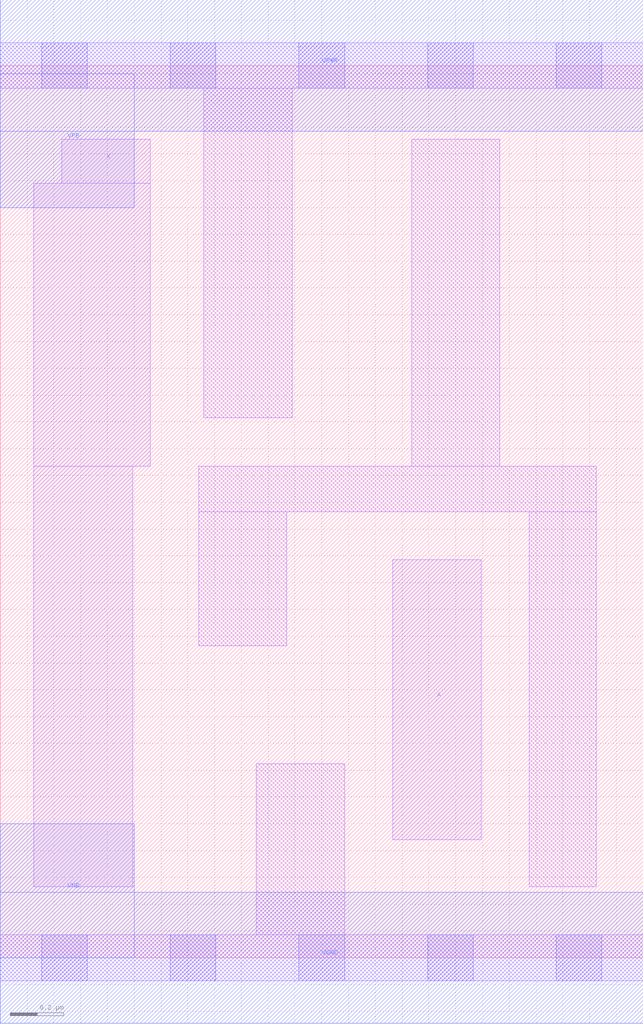
<source format=lef>
# Copyright 2020 The SkyWater PDK Authors
#
# Licensed under the Apache License, Version 2.0 (the "License");
# you may not use this file except in compliance with the License.
# You may obtain a copy of the License at
#
#     https://www.apache.org/licenses/LICENSE-2.0
#
# Unless required by applicable law or agreed to in writing, software
# distributed under the License is distributed on an "AS IS" BASIS,
# WITHOUT WARRANTIES OR CONDITIONS OF ANY KIND, either express or implied.
# See the License for the specific language governing permissions and
# limitations under the License.
#
# SPDX-License-Identifier: Apache-2.0

VERSION 5.5 ;
NAMESCASESENSITIVE ON ;
BUSBITCHARS "[]" ;
DIVIDERCHAR "/" ;
MACRO sky130_fd_sc_lp__clkbuf_lp
  CLASS CORE ;
  SOURCE USER ;
  ORIGIN  0.000000  0.000000 ;
  SIZE  2.400000 BY  3.330000 ;
  SYMMETRY X Y R90 ;
  SITE unit ;
  PIN A
    ANTENNAGATEAREA  0.376000 ;
    DIRECTION INPUT ;
    USE SIGNAL ;
    PORT
      LAYER li1 ;
        RECT 1.465000 0.440000 1.795000 1.485000 ;
    END
  END A
  PIN X
    ANTENNADIFFAREA  0.404700 ;
    DIRECTION OUTPUT ;
    USE SIGNAL ;
    PORT
      LAYER li1 ;
        RECT 0.125000 0.265000 0.495000 1.835000 ;
        RECT 0.125000 1.835000 0.560000 2.890000 ;
        RECT 0.230000 2.890000 0.560000 3.055000 ;
    END
  END X
  PIN VGND
    DIRECTION INOUT ;
    USE GROUND ;
    PORT
      LAYER met1 ;
        RECT 0.000000 -0.245000 2.400000 0.245000 ;
    END
  END VGND
  PIN VNB
    DIRECTION INOUT ;
    USE GROUND ;
    PORT
      LAYER met1 ;
        RECT 0.000000 0.000000 0.500000 0.500000 ;
    END
  END VNB
  PIN VPB
    DIRECTION INOUT ;
    USE POWER ;
    PORT
      LAYER met1 ;
        RECT 0.000000 2.800000 0.500000 3.300000 ;
    END
  END VPB
  PIN VPWR
    DIRECTION INOUT ;
    USE POWER ;
    PORT
      LAYER met1 ;
        RECT 0.000000 3.085000 2.400000 3.575000 ;
    END
  END VPWR
  OBS
    LAYER li1 ;
      RECT 0.000000 -0.085000 2.400000 0.085000 ;
      RECT 0.000000  3.245000 2.400000 3.415000 ;
      RECT 0.740000  1.165000 1.070000 1.665000 ;
      RECT 0.740000  1.665000 2.225000 1.835000 ;
      RECT 0.760000  2.015000 1.090000 3.245000 ;
      RECT 0.955000  0.085000 1.285000 0.725000 ;
      RECT 1.535000  1.835000 1.865000 3.055000 ;
      RECT 1.975000  0.265000 2.225000 1.665000 ;
    LAYER mcon ;
      RECT 0.155000 -0.085000 0.325000 0.085000 ;
      RECT 0.155000  3.245000 0.325000 3.415000 ;
      RECT 0.635000 -0.085000 0.805000 0.085000 ;
      RECT 0.635000  3.245000 0.805000 3.415000 ;
      RECT 1.115000 -0.085000 1.285000 0.085000 ;
      RECT 1.115000  3.245000 1.285000 3.415000 ;
      RECT 1.595000 -0.085000 1.765000 0.085000 ;
      RECT 1.595000  3.245000 1.765000 3.415000 ;
      RECT 2.075000 -0.085000 2.245000 0.085000 ;
      RECT 2.075000  3.245000 2.245000 3.415000 ;
  END
END sky130_fd_sc_lp__clkbuf_lp
END LIBRARY

</source>
